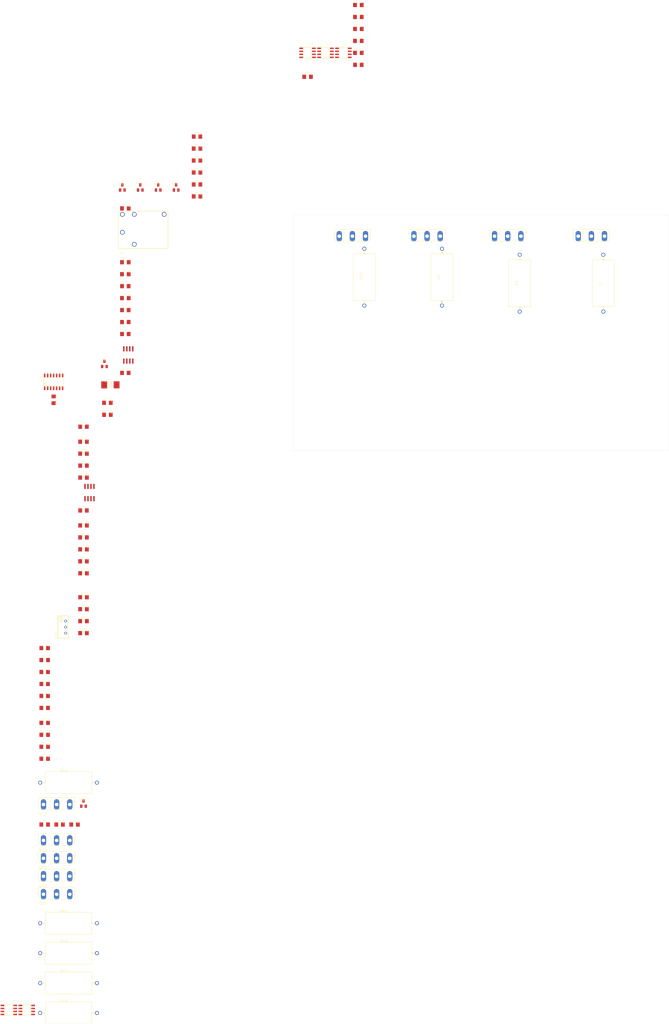
<source format=kicad_pcb>
(kicad_pcb (version 20221018) (generator pcbnew)
  (layers (0 "F.Cu" signal) (31 "B.Cu" signal) (34 "B.Paste" user) (35 "F.Paste" user) (36 "B.SilkS" user "B.Silkscreen") (37 "F.SilkS" user "F.Silkscreen") (38 "B.Mask" user) (39 "F.Mask" user) (44 "Edge.Cuts" user))
  (net 0 "")
  (net 1 "N$1")
  (net 2 "N$2")
  (net 3 "N$3")
  (net 4 "GND")
  (net 5 "N$4")
  (net 6 "N$7")
  (net 7 "N$8")
  (net 8 "N$9")
  (net 9 "N$10")
  (net 10 "N$11")
  (net 11 "N$12")
  (net 12 "N$13")
  (net 13 "N$14")
  (net 14 "N$15")
  (net 15 "N$16")
  (net 16 "N$17")
  (net 17 "+VLOAD")
  (net 18 "INPUT")
  (net 19 "N$20")
  (net 20 "ISET")
  (net 21 "+12V")
  (net 22 "N$21")
  (net 23 "N$22")
  (net 24 "N$24")
  (net 25 "N$26")
  (net 26 "N$5")
  (net 27 "ISENSE")
  (net 28 "N$6")
  (net 29 "-VLOAD")
  (net 30 "N$18")
  (net 31 "+5V")
  (net 32 "N$27")
  (net 33 "N$28")
  (net 34 "N$29")
  (net 35 "N$31")
  (net 36 "N$30")
  (net 37 "N$23")
  (net 38 "N$25")
  (net 39 "N$32")
  (net 40 "N$33")
  (net 41 "N$19")
  (net 42 "N$34")
  (net 43 "N$35")
  (net 44 "N$36")
  (net 45 "-5V")
  (net 46 "N$37")
  (net 47 "N$38")
  (net 48 "N$39")
  (net 49 "N$40")
  (net 50 "+VLOAD1")
  (net 51 "N$41")
  (net 52 "N$42")
  (net 53 "N$44")
  (net 54 "N$43")
  (net 55 "N$45")
  (net 56 "N$46")
  (net 57 "N$47")
  (net 58 "N$48")
  (net 59 "N$49")
  (net 60 "N$50")
  (footprint "DC Electronic Load:VTA53" (layer "F.Cu") (at -26.7489 368.3636)
    (fp_text reference "R46" (at -3.81 -5.08) (layer "F.SilkS") (effects (font (size 1.1557 1.1557) (thickness 0.1143)) (justify left)))
    (fp_text value "1R")
    (pad "1" thru_hole roundrect (at -12.065 0) (size 1.65 1.65) (drill 1.1) (layers "*.Cu" "*.Mask") (chamfer_ratio 0.2928932188) (chamfer top_left top_right bottom_left bottom_right))
    (pad "2" thru_hole roundrect (at 12.065 0) (size 1.65 1.65) (drill 1.1) (layers "*.Cu" "*.Mask") (chamfer_ratio 0.2928932188) (chamfer top_left top_right bottom_left bottom_right) (net 58 "N$48"))
  )
  (footprint "DC Electronic Load:R1206" (layer "F.Cu") (at -10.2389 139.7636)
    (fp_text reference "R21" (at -1.27 -1.27) (layer "F.SilkS") (effects (font (size 1.176528 1.176528) (thickness 0.093472)) (justify left)))
    (fp_text value "")
    (pad "1" smd rect (at -1.422 0) (size 1.6 1.803) (layers "F.Cu" "F.Paste" "F.Mask") (net 39 "N$32"))
    (pad "2" smd rect (at 1.422 0) (size 1.6 1.803) (layers "F.Cu" "F.Paste" "F.Mask") (net 24 "N$24"))
  )
  (footprint "DC Electronic Load:C1206" (layer "F.Cu") (at 27.8611 21.6536)
    (fp_text reference "C2" (at -1.27 -1.27) (layer "F.SilkS") (effects (font (size 1.176528 1.176528) (thickness 0.093472)) (justify left)))
    (fp_text value "")
    (pad "1" smd rect (at -1.4 0) (size 1.6 1.8) (layers "F.Cu" "F.Paste" "F.Mask") (net 6 "N$7"))
    (pad "2" smd rect (at 1.4 0) (size 1.6 1.8) (layers "F.Cu" "F.Paste" "F.Mask") (net 7 "N$8"))
  )
  (footprint "DC Electronic Load:R1206" (layer "F.Cu") (at -20.3989 156.2736)
    (fp_text reference "R23" (at -1.27 -1.27) (layer "F.SilkS") (effects (font (size 1.176528 1.176528) (thickness 0.093472)) (justify left)))
    (fp_text value "")
    (pad "1" smd rect (at -1.422 0) (size 1.6 1.803) (layers "F.Cu" "F.Paste" "F.Mask") (net 4 "GND"))
    (pad "2" smd rect (at 1.422 0) (size 1.6 1.803) (layers "F.Cu" "F.Paste" "F.Mask") (net 26 "N$5"))
  )
  (footprint "DC Electronic Load:SOT23" (layer "F.Cu") (at -20.3989 304.8636)
    (fp_text reference "Q11" (at -1.905 -1.905) (layer "F.SilkS") (effects (font (size 1.176528 1.176528) (thickness 0.093472)) (justify left)))
    (fp_text value "NPN")
    (pad "1" smd rect (at -0.95 1.1) (size 1 1.4) (layers "F.Cu" "F.Paste" "F.Mask") (net 47 "N$38"))
    (pad "2" smd rect (at 0.95 1.1) (size 1 1.4) (layers "F.Cu" "F.Paste" "F.Mask") (net 51 "N$41"))
    (pad "3" smd rect (at 0 -1.1) (size 1 1.4) (layers "F.Cu" "F.Paste" "F.Mask") (net 49 "N$40"))
  )
  (footprint "DC Electronic Load:R1206" (layer "F.Cu") (at -2.6189 90.2336)
    (fp_text reference "R19" (at -1.27 -1.27) (layer "F.SilkS") (effects (font (size 1.176528 1.176528) (thickness 0.093472)) (justify left)))
    (fp_text value "")
    (pad "1" smd rect (at -1.422 0) (size 1.6 1.803) (layers "F.Cu" "F.Paste" "F.Mask"))
    (pad "2" smd rect (at 1.422 0) (size 1.6 1.803) (layers "F.Cu" "F.Paste" "F.Mask") (net 29 "-VLOAD"))
  )
  (footprint "DC Electronic Load:R1206" (layer "F.Cu") (at 27.8611 36.8936)
    (fp_text reference "R13" (at -1.27 -1.27) (layer "F.SilkS") (effects (font (size 1.176528 1.176528) (thickness 0.093472)) (justify left)))
    (fp_text value "2K2")
    (pad "1" smd rect (at -1.422 0) (size 1.6 1.803) (layers "F.Cu" "F.Paste" "F.Mask") (net 14 "N$15"))
    (pad "2" smd rect (at 1.422 0) (size 1.6 1.803) (layers "F.Cu" "F.Paste" "F.Mask") (net 12 "N$13"))
  )
  (footprint "DC Electronic Load:TO247BV" (layer "F.Cu") (at -31.8289 332.8036)
    (fp_text reference "Q14" (at -7.62 6.858) (layer "F.SilkS") (effects (font (size 1.1557 1.1557) (thickness 0.1143)) (justify left)))
    (fp_text value "IRFP240")
    (pad "D" thru_hole oval (at 0 2.921 90) (size 4.4958 2.2479) (drill 1.4986) (layers "*.Cu" "*.Mask") (net 56 "N$46"))
    (pad "G" thru_hole oval (at -5.588 2.921 90) (size 4.4958 2.2479) (drill 1.4986) (layers "*.Cu" "*.Mask"))
    (pad "S" thru_hole oval (at 5.588 2.921 90) (size 4.4958 2.2479) (drill 1.4986) (layers "*.Cu" "*.Mask"))
  )
  (footprint "DC Electronic Load:R1206" (layer "F.Cu") (at -36.9089 280.7336)
    (fp_text reference "R40" (at -1.27 -1.27) (layer "F.SilkS") (effects (font (size 1.176528 1.176528) (thickness 0.093472)) (justify left)))
    (fp_text value "100R")
    (pad "1" smd rect (at -1.422 0) (size 1.6 1.803) (layers "F.Cu" "F.Paste" "F.Mask") (net 45 "-5V"))
    (pad "2" smd rect (at 1.422 0) (size 1.6 1.803) (layers "F.Cu" "F.Paste" "F.Mask") (net 42 "N$34"))
  )
  (footprint "DC Electronic Load:TO247BV" (layer "F.Cu") (at 125.6511 61.0236)
    (fp_text reference "Q3" (at -3.81 2.54 90) (layer "F.SilkS") (effects (font (size 1.17856 1.17856) (thickness 0.09144)) (justify left)))
    (fp_text value "IRFP240")
    (pad "D" thru_hole oval (at 0 2.921 90) (size 4.4958 2.2479) (drill 1.4986) (layers "*.Cu" "*.Mask") (net 17 "+VLOAD"))
    (pad "G" thru_hole oval (at -5.588 2.921 90) (size 4.4958 2.2479) (drill 1.4986) (layers "*.Cu" "*.Mask") (net 15 "N$16"))
    (pad "S" thru_hole oval (at 5.588 2.921 90) (size 4.4958 2.2479) (drill 1.4986) (layers "*.Cu" "*.Mask") (net 10 "N$11"))
  )
  (footprint "DC Electronic Load:TO247BV" (layer "F.Cu") (at -31.8289 325.1836)
    (fp_text reference "Q13" (at -7.62 6.858) (layer "F.SilkS") (effects (font (size 1.1557 1.1557) (thickness 0.1143)) (justify left)))
    (fp_text value "IRFP240")
    (pad "D" thru_hole oval (at 0 2.921 90) (size 4.4958 2.2479) (drill 1.4986) (layers "*.Cu" "*.Mask") (net 55 "N$45"))
    (pad "G" thru_hole oval (at -5.588 2.921 90) (size 4.4958 2.2479) (drill 1.4986) (layers "*.Cu" "*.Mask") (net 59 "N$49"))
    (pad "S" thru_hole oval (at 5.588 2.921 90) (size 4.4958 2.2479) (drill 1.4986) (layers "*.Cu" "*.Mask") (net 58 "N$48"))
  )
  (footprint "DC Electronic Load:C1206" (layer "F.Cu") (at -2.6189 100.3936)
    (fp_text reference "C5" (at -1.27 -1.27) (layer "F.SilkS") (effects (font (size 1.176528 1.176528) (thickness 0.093472)) (justify left)))
    (fp_text value "100n")
    (pad "1" smd rect (at -1.4 0) (size 1.6 1.8) (layers "F.Cu" "F.Paste" "F.Mask") (net 31 "+5V"))
    (pad "2" smd rect (at 1.4 0) (size 1.6 1.8) (layers "F.Cu" "F.Paste" "F.Mask") (net 4 "GND"))
  )
  (footprint "DC Electronic Load:C1206" (layer "F.Cu") (at -2.6189 105.4736)
    (fp_text reference "C6" (at -1.27 -1.27) (layer "F.SilkS") (effects (font (size 1.176528 1.176528) (thickness 0.093472)) (justify left)))
    (fp_text value "100n")
    (pad "1" smd rect (at -1.4 0) (size 1.6 1.8) (layers "F.Cu" "F.Paste" "F.Mask") (net 21 "+12V"))
    (pad "2" smd rect (at 1.4 0) (size 1.6 1.8) (layers "F.Cu" "F.Paste" "F.Mask") (net 4 "GND"))
  )
  (footprint "DC Electronic Load:TO247BV" (layer "F.Cu") (at -31.8289 340.4236)
    (fp_text reference "Q15" (at -7.62 6.858) (layer "F.SilkS") (effects (font (size 1.1557 1.1557) (thickness 0.1143)) (justify left)))
    (fp_text value "IRFP240")
    (pad "D" thru_hole oval (at 0 2.921 90) (size 4.4958 2.2479) (drill 1.4986) (layers "*.Cu" "*.Mask") (net 57 "N$47"))
    (pad "G" thru_hole oval (at -5.588 2.921 90) (size 4.4958 2.2479) (drill 1.4986) (layers "*.Cu" "*.Mask"))
    (pad "S" thru_hole oval (at 5.588 2.921 90) (size 4.4958 2.2479) (drill 1.4986) (layers "*.Cu" "*.Mask"))
  )
  (footprint "DC Electronic Load:R1206" (layer "F.Cu") (at 27.8611 26.7336)
    (fp_text reference "R11" (at -1.27 -1.27) (layer "F.SilkS") (effects (font (size 1.176528 1.176528) (thickness 0.093472)) (justify left)))
    (fp_text value "")
    (pad "1" smd rect (at -1.422 0) (size 1.6 1.803) (layers "F.Cu" "F.Paste" "F.Mask") (net 27 "ISENSE"))
    (pad "2" smd rect (at 1.422 0) (size 1.6 1.803) (layers "F.Cu" "F.Paste" "F.Mask") (net 6 "N$7"))
  )
  (footprint "DC Electronic Load:R1206" (layer "F.Cu") (at -33.0989 133.4136 -90)
    (fp_text reference "R31" (at -1.27 -1.27 90) (layer "F.SilkS") (effects (font (size 1.176528 1.176528) (thickness 0.093472)) (justify right)))
    (fp_text value "")
    (pad "1" smd rect (at -1.422 0 270) (size 1.6 1.803) (layers "F.Cu" "F.Paste" "F.Mask") (net 38 "N$25"))
    (pad "2" smd rect (at 1.422 0 270) (size 1.6 1.803) (layers "F.Cu" "F.Paste" "F.Mask") (net 31 "+5V"))
  )
  (footprint "DC Electronic Load:R1206" (layer "F.Cu") (at -20.3989 196.9136)
    (fp_text reference "R28" (at -1.27 -1.27) (layer "F.SilkS") (effects (font (size 1.176528 1.176528) (thickness 0.093472)) (justify left)))
    (fp_text value "10k")
    (pad "1" smd rect (at -1.422 0) (size 1.6 1.803) (layers "F.Cu" "F.Paste" "F.Mask") (net 27 "ISENSE"))
    (pad "2" smd rect (at 1.422 0) (size 1.6 1.803) (layers "F.Cu" "F.Paste" "F.Mask") (net 32 "N$27"))
  )
  (footprint "DC Electronic Load:SOT23" (layer "F.Cu") (at -3.8889 43.2436)
    (fp_text reference "Q8" (at -1.905 -1.905) (layer "F.SilkS") (effects (font (size 1.176528 1.176528) (thickness 0.093472)) (justify left)))
    (fp_text value "NPN")
    (pad "1" smd rect (at -0.95 1.1) (size 1 1.4) (layers "F.Cu" "F.Paste" "F.Mask") (net 11 "N$12"))
    (pad "2" smd rect (at 0.95 1.1) (size 1 1.4) (layers "F.Cu" "F.Paste" "F.Mask") (net 43 "N$35"))
    (pad "3" smd rect (at 0 -1.1) (size 1 1.4) (layers "F.Cu" "F.Paste" "F.Mask") (net 16 "N$17"))
  )
  (footprint "DC Electronic Load:R1206" (layer "F.Cu") (at -20.3989 186.7536)
    (fp_text reference "R26" (at -1.27 -1.27) (layer "F.SilkS") (effects (font (size 1.176528 1.176528) (thickness 0.093472)) (justify left)))
    (fp_text value "10k")
    (pad "1" smd rect (at -1.422 0) (size 1.6 1.803) (layers "F.Cu" "F.Paste" "F.Mask") (net 4 "GND"))
    (pad "2" smd rect (at 1.422 0) (size 1.6 1.803) (layers "F.Cu" "F.Paste" "F.Mask") (net 33 "N$28"))
  )
  (footprint "DC Electronic Load:R1206" (layer "F.Cu") (at -20.3989 222.3136)
    (fp_text reference "R33" (at -1.27 -1.27) (layer "F.SilkS") (effects (font (size 1.176528 1.176528) (thickness 0.093472)) (justify left)))
    (fp_text value "10k")
    (pad "1" smd rect (at -1.422 0) (size 1.6 1.803) (layers "F.Cu" "F.Paste" "F.Mask") (net 34 "N$29"))
    (pad "2" smd rect (at 1.422 0) (size 1.6 1.803) (layers "F.Cu" "F.Paste" "F.Mask") (net 36 "N$30"))
  )
  (footprint "DC Electronic Load:SOIC-8" (layer "F.Cu") (at 82.4711 -13.9064)
    (fp_text reference "U2" (at 0 -3.81) (layer "F.SilkS") (effects (font (size 1.176528 1.176528) (thickness 0.093472)) (justify left)))
    (fp_text value "AD8628")
    (pad "1" smd rect (at -2.712 -1.905) (size 1.525 0.65) (layers "F.Cu" "F.Paste" "F.Mask"))
    (pad "2" smd rect (at -2.712 -0.635) (size 1.525 0.65) (layers "F.Cu" "F.Paste" "F.Mask") (net 29 "-VLOAD"))
    (pad "3" smd rect (at -2.712 0.635) (size 1.525 0.65) (layers "F.Cu" "F.Paste" "F.Mask") (net 19 "N$20"))
    (pad "4" smd rect (at -2.712 1.905) (size 1.525 0.65) (layers "F.Cu" "F.Paste" "F.Mask") (net 4 "GND"))
    (pad "5" smd rect (at 2.712 1.905) (size 1.525 0.65) (layers "F.Cu" "F.Paste" "F.Mask"))
    (pad "6" smd rect (at 2.712 0.635) (size 1.525 0.65) (layers "F.Cu" "F.Paste" "F.Mask") (net 29 "-VLOAD"))
    (pad "7" smd rect (at 2.712 -0.635) (size 1.525 0.65) (layers "F.Cu" "F.Paste" "F.Mask") (net 31 "+5V"))
    (pad "8" smd rect (at 2.712 -1.905) (size 1.525 0.65) (layers "F.Cu" "F.Paste" "F.Mask"))
  )
  (footprint "DC Electronic Load:R1206" (layer "F.Cu") (at -2.6189 52.1336)
    (fp_text reference "R16" (at -1.27 -1.27) (layer "F.SilkS") (effects (font (size 1.176528 1.176528) (thickness 0.093472)) (justify left)))
    (fp_text value "")
    (pad "1" smd rect (at -1.422 0) (size 1.6 1.803) (layers "F.Cu" "F.Paste" "F.Mask") (net 7 "N$8"))
    (pad "2" smd rect (at 1.422 0) (size 1.6 1.803) (layers "F.Cu" "F.Paste" "F.Mask") (net 12 "N$13"))
  )
  (footprint "DC Electronic Load:R1206" (layer "F.Cu") (at 27.8611 41.9736)
    (fp_text reference "R14" (at -1.27 -1.27) (layer "F.SilkS") (effects (font (size 1.176528 1.176528) (thickness 0.093472)) (justify left)))
    (fp_text value "2K2")
    (pad "1" smd rect (at -1.422 0) (size 1.6 1.803) (layers "F.Cu" "F.Paste" "F.Mask") (net 15 "N$16"))
    (pad "2" smd rect (at 1.422 0) (size 1.6 1.803) (layers "F.Cu" "F.Paste" "F.Mask") (net 12 "N$13"))
  )
  (footprint "DC Electronic Load:VTA53" (layer "F.Cu") (at 132.0011 81.3436 90)
    (fp_text reference "R9" (at -1.27 -1.27 90) (layer "F.SilkS") (effects (font (size 1.17856 1.17856) (thickness 0.09144)) (justify left)))
    (fp_text value "1R")
    (pad "1" thru_hole roundrect (at -12.065 0 90) (size 1.65 1.65) (drill 1.1) (layers "*.Cu" "*.Mask") (chamfer_ratio 0.2928932188) (chamfer top_left top_right bottom_left bottom_right) (net 5 "N$4"))
    (pad "2" thru_hole roundrect (at 12.065 0 90) (size 1.65 1.65) (drill 1.1) (layers "*.Cu" "*.Mask") (chamfer_ratio 0.2928932188) (chamfer top_left top_right bottom_left bottom_right) (net 10 "N$11"))
  )
  (footprint "DC Electronic Load:C1206" (layer "F.Cu") (at -2.6189 85.1536)
    (fp_text reference "C3" (at -1.27 -1.27) (layer "F.SilkS") (effects (font (size 1.176528 1.176528) (thickness 0.093472)) (justify left)))
    (fp_text value "")
    (pad "1" smd rect (at -1.4 0) (size 1.6 1.8) (layers "F.Cu" "F.Paste" "F.Mask") (net 29 "-VLOAD"))
    (pad "2" smd rect (at 1.4 0) (size 1.6 1.8) (layers "F.Cu" "F.Paste" "F.Mask") (net 4 "GND"))
  )
  (footprint "DC Electronic Load:TO247BV" (layer "F.Cu") (at -31.8289 317.5636)
    (fp_text reference "Q12" (at -7.62 6.858) (layer "F.SilkS") (effects (font (size 1.1557 1.1557) (thickness 0.1143)) (justify left)))
    (fp_text value "IRFP240")
    (pad "D" thru_hole oval (at 0 2.921 90) (size 4.4958 2.2479) (drill 1.4986) (layers "*.Cu" "*.Mask") (net 54 "N$43"))
    (pad "G" thru_hole oval (at -5.588 2.921 90) (size 4.4958 2.2479) (drill 1.4986) (layers "*.Cu" "*.Mask") (net 52 "N$42"))
    (pad "S" thru_hole oval (at 5.588 2.921 90) (size 4.4958 2.2479) (drill 1.4986) (layers "*.Cu" "*.Mask") (net 53 "N$44"))
  )
  (footprint "DC Electronic Load:RTRIM64W" (layer "F.Cu") (at -29.2889 229.9336)
    (fp_text reference "R36" (at -2.62 4.95 90) (layer "F.SilkS") (effects (font (size 1.176528 1.176528) (thickness 0.093472)) (justify left)))
    (fp_text value "")
    (pad "1" thru_hole circle (at 1.27 2.54) (size 1.1176 1.1176) (drill 0.6096) (layers "*.Cu" "*.Mask") (net 4 "GND"))
    (pad "2" thru_hole circle (at 1.27 0) (size 1.1176 1.1176) (drill 0.6096) (layers "*.Cu" "*.Mask") (net 4 "GND"))
    (pad "3" thru_hole circle (at 1.27 -2.54) (size 1.1176 1.1176) (drill 0.6096) (layers "*.Cu" "*.Mask") (net 35 "N$31"))
  )
  (footprint "DC Electronic Load:VTA53" (layer "F.Cu") (at 200.5811 83.8836 90)
    (fp_text reference "R7" (at -1.27 -1.27 90) (layer "F.SilkS") (effects (font (size 1.17856 1.17856) (thickness 0.09144)) (justify left)))
    (fp_text value "1R")
    (pad "1" thru_hole roundrect (at -12.065 0 90) (size 1.65 1.65) (drill 1.1) (layers "*.Cu" "*.Mask") (chamfer_ratio 0.2928932188) (chamfer top_left top_right bottom_left bottom_right) (net 5 "N$4"))
    (pad "2" thru_hole roundrect (at 12.065 0 90) (size 1.65 1.65) (drill 1.1) (layers "*.Cu" "*.Mask") (chamfer_ratio 0.2928932188) (chamfer top_left top_right bottom_left bottom_right) (net 8 "N$9"))
  )
  (footprint "DC Electronic Load:C1206" (layer "F.Cu") (at -36.9089 238.8236)
    (fp_text reference "C10" (at -1.27 -1.27) (layer "F.SilkS") (effects (font (size 1.176528 1.176528) (thickness 0.093472)) (justify left)))
    (fp_text value "")
    (pad "1" smd rect (at -1.4 0) (size 1.6 1.8) (layers "F.Cu" "F.Paste" "F.Mask") (net 40 "N$33"))
    (pad "2" smd rect (at 1.4 0) (size 1.6 1.8) (layers "F.Cu" "F.Paste" "F.Mask") (net 5 "N$4"))
  )
  (footprint "DC Electronic Load:SOIC−14" (layer "F.Cu") (at -33.0989 125.7936 90)
    (fp_text reference "U4" (at 0 -5.715 90) (layer "F.SilkS") (effects (font (size 1.176528 1.176528) (thickness 0.093472)) (justify left)))
    (fp_text value "SN74AHC08")
    (pad "1" smd rect (at -2.725 -3.81 90) (size 1.55 0.65) (layers "F.Cu" "F.Paste" "F.Mask") (net 25 "N$26"))
    (pad "2" smd rect (at -2.725 -2.54 90) (size 1.55 0.65) (layers "F.Cu" "F.Paste" "F.Mask") (net 30 "N$18"))
    (pad "3" smd rect (at -2.725 -1.27 90) (size 1.55 0.65) (layers "F.Cu" "F.Paste" "F.Mask") (net 37 "N$23"))
    (pad "4" smd rect (at -2.725 0 90) (size 1.55 0.65) (layers "F.Cu" "F.Paste" "F.Mask") (net 37 "N$23"))
    (pad "5" smd rect (at -2.725 1.27 90) (size 1.55 0.65) (layers "F.Cu" "F.Paste" "F.Mask") (net 38 "N$25"))
    (pad "6" smd rect (at -2.725 2.54 90) (size 1.55 0.65) (layers "F.Cu" "F.Paste" "F.Mask") (net 39 "N$32"))
    (pad "7" smd rect (at -2.725 3.81 90) (size 1.55 0.65) (layers "F.Cu" "F.Paste" "F.Mask") (net 4 "GND"))
    (pad "8" smd rect (at 2.725 3.81 90) (size 1.55 0.65) (layers "F.Cu" "F.Paste" "F.Mask"))
    (pad "9" smd rect (at 2.725 2.54 90) (size 1.55 0.65) (layers "F.Cu" "F.Paste" "F.Mask"))
    (pad "10" smd rect (at 2.725 1.27 90) (size 1.55 0.65) (layers "F.Cu" "F.Paste" "F.Mask"))
    (pad "11" smd rect (at 2.725 0 90) (size 1.55 0.65) (layers "F.Cu" "F.Paste" "F.Mask"))
    (pad "12" smd rect (at 2.725 -1.27 90) (size 1.55 0.65) (layers "F.Cu" "F.Paste" "F.Mask"))
    (pad "13" smd rect (at 2.725 -2.54 90) (size 1.55 0.65) (layers "F.Cu" "F.Paste" "F.Mask"))
    (pad "14" smd rect (at 2.725 -3.81 90) (size 1.55 0.65) (layers "F.Cu" "F.Paste" "F.Mask") (net 31 "+5V"))
  )
  (footprint "DC Electronic Load:SOT23" (layer "F.Cu") (at -11.5089 118.1736)
    (fp_text reference "Q9" (at -1.905 -1.905) (layer "F.SilkS") (effects (font (size 1.176528 1.176528) (thickness 0.093472)) (justify left)))
    (fp_text value "NPN")
    (pad "1" smd rect (at -0.95 1.1) (size 1 1.4) (layers "F.Cu" "F.Paste" "F.Mask") (net 24 "N$24"))
    (pad "2" smd rect (at 0.95 1.1) (size 1 1.4) (layers "F.Cu" "F.Paste" "F.Mask") (net 4 "GND"))
    (pad "3" smd rect (at 0 -1.1) (size 1 1.4) (layers "F.Cu" "F.Paste" "F.Mask") (net 23 "N$22"))
  )
  (footprint "DC Electronic Load:R1206" (layer "F.Cu") (at 96.4411 -24.0664)
    (fp_text reference "R3" (at -1.27 -1.27) (layer "F.SilkS") (effects (font (size 1.176528 1.176528) (thickness 0.093472)) (justify left)))
    (fp_text value "")
    (pad "1" smd rect (at -1.422 0) (size 1.6 1.803) (layers "F.Cu" "F.Paste" "F.Mask") (net 3 "N$3"))
    (pad "2" smd rect (at 1.422 0) (size 1.6 1.803) (layers "F.Cu" "F.Paste" "F.Mask") (net 4 "GND"))
  )
  (footprint "DC Electronic Load:C1206" (layer "F.Cu") (at -2.6189 95.3136)
    (fp_text reference "C4" (at -1.27 -1.27) (layer "F.SilkS") (effects (font (size 1.176528 1.176528) (thickness 0.093472)) (justify left)))
    (fp_text value "100n")
    (pad "1" smd rect (at -1.4 0) (size 1.6 1.8) (layers "F.Cu" "F.Paste" "F.Mask") (net 31 "+5V"))
    (pad "2" smd rect (at 1.4 0) (size 1.6 1.8) (layers "F.Cu" "F.Paste" "F.Mask") (net 4 "GND"))
  )
  (footprint "DC Electronic Load:TO247BV" (layer "F.Cu") (at 93.9011 61.0236)
    (fp_text reference "Q4" (at -3.81 2.54 90) (layer "F.SilkS") (effects (font (size 1.17856 1.17856) (thickness 0.09144)) (justify left)))
    (fp_text value "IRFP240")
    (pad "D" thru_hole oval (at 0 2.921 90) (size 4.4958 2.2479) (drill 1.4986) (layers "*.Cu" "*.Mask") (net 17 "+VLOAD"))
    (pad "G" thru_hole oval (at -5.588 2.921 90) (size 4.4958 2.2479) (drill 1.4986) (layers "*.Cu" "*.Mask") (net 16 "N$17"))
    (pad "S" thru_hole oval (at 5.588 2.921 90) (size 4.4958 2.2479) (drill 1.4986) (layers "*.Cu" "*.Mask") (net 11 "N$12"))
  )
  (footprint "DC Electronic Load:R1206" (layer "F.Cu") (at -20.3989 166.4336)
    (fp_text reference "R25" (at -1.27 -1.27) (layer "F.SilkS") (effects (font (size 1.176528 1.176528) (thickness 0.093472)) (justify left)))
    (fp_text value "")
    (pad "1" smd rect (at -1.422 0) (size 1.6 1.803) (layers "F.Cu" "F.Paste" "F.Mask") (net 4 "GND"))
    (pad "2" smd rect (at 1.422 0) (size 1.6 1.803) (layers "F.Cu" "F.Paste" "F.Mask") (net 28 "N$6"))
  )
  (footprint "DC Electronic Load:R1206" (layer "F.Cu") (at 74.8511 -3.7464)
    (fp_text reference "R6" (at -1.27 -1.27) (layer "F.SilkS") (effects (font (size 1.176528 1.176528) (thickness 0.093472)) (justify left)))
    (fp_text value "")
    (pad "1" smd rect (at -1.422 0) (size 1.6 1.803) (layers "F.Cu" "F.Paste" "F.Mask") (net 4 "GND"))
    (pad "2" smd rect (at 1.422 0) (size 1.6 1.803) (layers "F.Cu" "F.Paste" "F.Mask") (net 5 "N$4"))
  )
  (footprint "DC Electronic Load:R1206" (layer "F.Cu") (at 96.4411 -18.9864)
    (fp_text reference "R4" (at -1.27 -1.27) (layer "F.SilkS") (effects (font (size 1.176528 1.176528) (thickness 0.093472)) (justify left)))
    (fp_text value "")
    (pad "1" smd rect (at -1.422 0) (size 1.6 1.803) (layers "F.Cu" "F.Paste" "F.Mask") (net 5 "N$4"))
    (pad "2" smd rect (at 1.422 0) (size 1.6 1.803) (layers "F.Cu" "F.Paste" "F.Mask") (net 3 "N$3"))
  )
  (footprint "DC Electronic Load:C1206" (layer "F.Cu") (at -2.6189 121.9836)
    (fp_text reference "C7" (at -1.27 -1.27) (layer "F.SilkS") (effects (font (size 1.176528 1.176528) (thickness 0.093472)) (justify left)))
    (fp_text value "1oon")
    (pad "1" smd rect (at -1.4 0) (size 1.6 1.8) (layers "F.Cu" "F.Paste" "F.Mask") (net 31 "+5V"))
    (pad "2" smd rect (at 1.4 0) (size 1.6 1.8) (layers "F.Cu" "F.Paste" "F.Mask") (net 4 "GND"))
  )
  (footprint "DC Electronic Load:VTA53" (layer "F.Cu") (at -26.7489 355.6636)
    (fp_text reference "R45" (at -3.81 -5.08) (layer "F.SilkS") (effects (font (size 1.1557 1.1557) (thickness 0.1143)) (justify left)))
    (fp_text value "1R")
    (pad "1" thru_hole roundrect (at -12.065 0) (size 1.65 1.65) (drill 1.1) (layers "*.Cu" "*.Mask") (chamfer_ratio 0.2928932188) (chamfer top_left top_right bottom_left bottom_right))
    (pad "2" thru_hole roundrect (at 12.065 0) (size 1.65 1.65) (drill 1.1) (layers "*.Cu" "*.Mask") (chamfer_ratio 0.2928932188) (chamfer top_left top_right bottom_left bottom_right) (net 53 "N$44"))
  )
  (footprint "DC Electronic Load:R1206" (layer "F.Cu") (at 96.4411 -13.9064)
    (fp_text reference "R5" (at -1.27 -1.27) (layer "F.SilkS") (effects (font (size 1.176528 1.176528) (thickness 0.093472)) (justify left)))
    (fp_text value "")
    (pad "1" smd rect (at -1.422 0) (size 1.6 1.803) (layers "F.Cu" "F.Paste" "F.Mask") (net 1 "N$1"))
    (pad "2" smd rect (at 1.422 0) (size 1.6 1.803) (layers "F.Cu" "F.Paste" "F.Mask") (net 27 "ISENSE"))
  )
  (footprint "DC Electronic Load:SOIC-8" (layer "F.Cu") (at -52.1489 392.4936)
    (fp_text reference "U6" (at 0 -3.81) (layer "F.SilkS") (effects (font (size 1.176528 1.176528) (thickness 0.093472)) (justify left)))
    (fp_text value "OPA196")
    (pad "1" smd rect (at -2.712 -1.905) (size 1.525 0.65) (layers "F.Cu" "F.Paste" "F.Mask"))
    (pad "2" smd rect (at -2.712 -0.635) (size 1.525 0.65) (layers "F.Cu" "F.Paste" "F.Mask") (net 58 "N$48"))
    (pad "3" smd rect (at -2.712 0.635) (size 1.525 0.65) (layers "F.Cu" "F.Paste" "F.Mask") (net 60 "N$50"))
    (pad "4" smd rect (at -2.712 1.905) (size 1.525 0.65) (layers "F.Cu" "F.Paste" "F.Mask"))
    (pad "5" smd rect (at 2.712 1.905) (size 1.525 0.65) (layers "F.Cu" "F.Paste" "F.Mask"))
    (pad "6" smd rect (at 2.712 0.635) (size 1.525 0.65) (layers "F.Cu" "F.Paste" "F.Mask") (net 59 "N$49"))
    (pad "7" smd rect (at 2.712 -0.635) (size 1.525 0.65) (layers "F.Cu" "F.Paste" "F.Mask"))
    (pad "8" smd rect (at 2.712 -1.905) (size 1.525 0.65) (layers "F.Cu" "F.Paste" "F.Mask"))
  )
  (footprint "DC Electronic Load:MELF-MLL41" (layer "F.Cu") (at -8.9689 127.0636)
    (fp_text reference "D3" (at -2.663 -1.724) (layer "F.SilkS") (effects (font (size 1.176528 1.176528) (thickness 0.093472)) (justify left)))
    (fp_text value "1N4001")
    (pad "A" smd rect (at 2.625 0) (size 2.5 3) (layers "F.Cu" "F.Paste" "F.Mask") (net 22 "N$21"))
    (pad "C" smd rect (at -2.625 0) (size 2.5 3) (layers "F.Cu" "F.Paste" "F.Mask") (net 21 "+12V"))
  )
  (footprint "DC Electronic Load:VTA53" (layer "F.Cu") (at -26.7489 393.7636)
    (fp_text reference "R48" (at -3.81 -5.08) (layer "F.SilkS") (effects (font (size 1.1557 1.1557) (thickness 0.1143)) (justify left)))
    (fp_text value "1R")
    (pad "1" thru_hole roundrect (at -12.065 0) (size 1.65 1.65) (drill 1.1) (layers "*.Cu" "*.Mask") (chamfer_ratio 0.2928932188) (chamfer top_left top_right bottom_left bottom_right))
    (pad "2" thru_hole roundrect (at 12.065 0) (size 1.65 1.65) (drill 1.1) (layers "*.Cu" "*.Mask") (chamfer_ratio 0.2928932188) (chamfer top_left top_right bottom_left bottom_right))
  )
  (footprint "DC Electronic Load:C1206" (layer "F.Cu") (at -36.9089 259.1436)
    (fp_text reference "C13" (at -1.27 -1.27) (layer "F.SilkS") (effects (font (size 1.176528 1.176528) (thickness 0.093472)) (justify left)))
    (fp_text value "10nF")
    (pad "1" smd rect (at -1.4 0) (size 1.6 1.8) (layers "F.Cu" "F.Paste" "F.Mask") (net 12 "N$13"))
    (pad "2" smd rect (at 1.4 0) (size 1.6 1.8) (layers "F.Cu" "F.Paste" "F.Mask") (net 15 "N$16"))
  )
  (footprint "DC Electronic Load:C1206" (layer "F.Cu") (at -30.5589 313.7536)
    (fp_text reference "C15" (at -1.27 -1.27) (layer "F.SilkS") (effects (font (size 1.176528 1.176528) (thickness 0.093472)) (justify left)))
    (fp_text value "10nF")
    (pad "1" smd rect (at -1.4 0) (size 1.6 1.8) (layers "F.Cu" "F.Paste" "F.Mask") (net 48 "N$39"))
    (pad "2" smd rect (at 1.4 0) (size 1.6 1.8) (layers "F.Cu" "F.Paste" "F.Mask") (net 49 "N$40"))
  )
  (footprint "DC Electronic Load:R1206" (layer "F.Cu") (at -20.3989 151.1936)
    (fp_text reference "R22" (at -1.27 -1.27) (layer "F.SilkS") (effects (font (size 1.176528 1.176528) (thickness 0.093472)) (justify left)))
    (fp_text value "")
    (pad "1" smd rect (at -1.422 0) (size 1.6 1.803) (layers "F.Cu" "F.Paste" "F.Mask") (net 26 "N$5"))
    (pad "2" smd rect (at 1.422 0) (size 1.6 1.803) (layers "F.Cu" "F.Paste" "F.Mask") (net 29 "-VLOAD"))
  )
  (footprint "DC Electronic Load:R1206" (layer "F.Cu") (at -20.3989 217.2336)
    (fp_text reference "R32" (at -1.27 -1.27) (layer "F.SilkS") (effects (font (size 1.176528 1.176528) (thickness 0.093472)) (justify left)))
    (fp_text value "3k")
    (pad "1" smd rect (at -1.422 0) (size 1.6 1.803) (layers "F.Cu" "F.Paste" "F.Mask") (net 30 "N$18"))
    (pad "2" smd rect (at 1.422 0) (size 1.6 1.803) (layers "F.Cu" "F.Paste" "F.Mask") (net 31 "+5V"))
  )
  (footprint "DC Electronic Load:R1206" (layer "F.Cu") (at 96.4411 -34.2264)
    (fp_text reference "R1" (at -1.27 -1.27) (layer "F.SilkS") (effects (font (size 1.176528 1.176528) (thickness 0.093472)) (justify left)))
    (fp_text value "")
    (pad "1" smd rect (at -1.422 0) (size 1.6 1.803) (layers "F.Cu" "F.Paste" "F.Mask") (net 4 "GND"))
    (pad "2" smd rect (at 1.422 0) (size 1.6 1.803) (layers "F.Cu" "F.Paste" "F.Mask") (net 2 "N$2"))
  )
  (footprint "DC Electronic Load:SOT23" (layer "F.Cu") (at 11.3511 43.2436)
    (fp_text reference "Q6" (at -1.905 -1.905) (layer "F.SilkS") (effects (font (size 1.176528 1.176528) (thickness 0.093472)) (justify left)))
    (fp_text value "NPN")
    (pad "1" smd rect (at -0.95 1.1) (size 1 1.4) (layers "F.Cu" "F.Paste" "F.Mask") (net 9 "N$10"))
    (pad "2" smd rect (at 0.95 1.1) (size 1 1.4) (layers "F.Cu" "F.Paste" "F.Mask") (net 41 "N$19"))
    (pad "3" smd rect (at 0 -1.1) (size 1 1.4) (layers "F.Cu" "F.Paste" "F.Mask") (net 14 "N$15"))
  )
  (footprint "DC Electronic Load:R1206" (layer "F.Cu") (at -24.2089 313.7536)
    (fp_text reference "R43" (at -1.27 -1.27) (layer "F.SilkS") (effects (font (size 1.176528 1.176528) (thickness 0.093472)) (justify left)))
    (fp_text value "2K2")
    (pad "1" smd rect (at -1.422 0) (size 1.6 1.803) (layers "F.Cu" "F.Paste" "F.Mask") (net 49 "N$40"))
    (pad "2" smd rect (at 1.422 0) (size 1.6 1.803) (layers "F.Cu" "F.Paste" "F.Mask") (net 48 "N$39"))
  )
  (footprint "DC Electronic Load:VTA53" (layer "F.Cu") (at 98.9811 81.3436 90)
    (fp_text reference "R10" (at -1.27 -1.27 90) (layer "F.SilkS") (effects (font (size 1.17856 1.17856) (thickness 0.09144)) (justify left)))
    (fp_text value "1R")
    (pad "1" thru_hole roundrect (at -12.065 0 90) (size 1.65 1.65) (drill 1.1) (layers "*.Cu" "*.Mask") (chamfer_ratio 0.2928932188) (chamfer top_left top_right bottom_left bottom_right) (net 5 "N$4"))
    (pad "2" thru_hole roundrect (at 12.065 0 90) (size 1.65 1.65) (drill 1.1) (layers "*.Cu" "*.Mask") (chamfer_ratio 0.2928932188) (chamfer top_left top_right bottom_left bottom_right) (net 11 "N$12"))
  )
  (footprint "DC Electronic Load:R1206" (layer "F.Cu") (at -20.3989 161.3536)
    (fp_text reference "R24" (at -1.27 -1.27) (layer "F.SilkS") (effects (font (size 1.176528 1.176528) (thickness 0.093472)) (justify left)))
    (fp_text value "")
    (pad "1" smd rect (at -1.422 0) (size 1.6 1.803) (layers "F.Cu" "F.Paste" "F.Mask") (net 28 "N$6"))
    (pad "2" smd rect (at 1.422 0) (size 1.6 1.803) (layers "F.Cu" "F.Paste" "F.Mask") (net 17 "+VLOAD"))
  )
  (footprint "DC Electronic Load:VTA53" (layer "F.Cu") (at -26.7489 381.0636)
    (fp_text reference "R47" (at -3.81 -5.08) (layer "F.SilkS") (effects (font (size 1.1557 1.1557) (thickness 0.1143)) (justify left)))
    (fp_text value "1R")
    (pad "1" thru_hole roundrect (at -12.065 0) (size 1.65 1.65) (drill 1.1) (layers "*.Cu" "*.Mask") (chamfer_ratio 0.2928932188) (chamfer top_left top_right bottom_left bottom_right))
    (pad "2" thru_hole roundrect (at 12.065 0) (size 1.65 1.65) (drill 1.1) (layers "*.Cu" "*.Mask") (chamfer_ratio 0.2928932188) (chamfer top_left top_right bottom_left bottom_right))
  )
  (footprint "DC Electronic Load:SO08" (layer "F.Cu") (at -17.8589 172.7836)
    (fp_text reference "IC2" (at -2.667 1.905 90) (layer "F.SilkS") (effects (font (size 1.176528 1.176528) (thickness 0.093472)) (justify left)))
    (fp_text value "TL072D")
    (pad "1" smd rect (at -1.905 2.6) (size 0.6 2.2) (layers "F.Cu" "F.Paste" "F.Mask") (net 34 "N$29"))
    (pad "2" smd rect (at -0.635 2.6) (size 0.6 2.2) (layers "F.Cu" "F.Paste" "F.Mask") (net 33 "N$28"))
    (pad "3" smd rect (at 0.635 2.6) (size 0.6 2.2) (layers "F.Cu" "F.Paste" "F.Mask") (net 32 "N$27"))
    (pad "4" smd rect (at 1.905 2.6) (size 0.6 2.2) (layers "F.Cu" "F.Paste" "F.Mask") (net 4 "GND"))
    (pad "5" smd rect (at 1.905 -2.6) (size 0.6 2.2) (layers "F.Cu" "F.Paste" "F.Mask"))
    (pad "6" smd rect (at 0.635 -2.6) (size 0.6 2.2) (layers "F.Cu" "F.Paste" "F.Mask"))
    (pad "7" smd rect (at -0.635 -2.6) (size 0.6 2.2) (layers "F.Cu" "F.Paste" "F.Mask"))
    (pad "8" smd rect (at -1.905 -2.6) (size 0.6 2.2) (layers "F.Cu" "F.Paste" "F.Mask") (net 31 "+5V"))
  )
  (footprint "DC Electronic Load:R1206" (layer "F.Cu") (at -2.6189 80.0736)
    (fp_text reference "R18" (at -1.27 -1.27) (layer "F.SilkS") (effects (font (size 1.176528 1.176528) (thickness 0.093472)) (justify left)))
    (fp_text value "")
    (pad "1" smd rect (at -1.422 0) (size 1.6 1.803) (layers "F.Cu" "F.Paste" "F.Mask") (net 19 "N$20"))
    (pad "2" smd rect (at 1.422 0) (size 1.6 1.803) (layers "F.Cu" "F.Paste" "F.Mask") (net 17 "+VLOAD"))
  )
  (footprint "DC Electronic Load:SOIC-8" (layer "F.Cu") (at 90.0911 -13.9064)
    (fp_text reference "U1" (at 0 -3.81) (layer "F.SilkS") (effects (font (size 1.176528 1.176528) (thickness 0.093472)) (justify left)))
    (fp_text value "AD8628")
    (pad "1" smd rect (at -2.712 -1.905) (size 1.525 0.65) (layers "F.Cu" "F.Paste" "F.Mask"))
    (pad "2" smd rect (at -2.712 -0.635) (size 1.525 0.65) (layers "F.Cu" "F.Paste" "F.Mask") (net 2 "N$2"))
    (pad "3" smd rect (at -2.712 0.635) (size 1.525 0.65) (layers "F.Cu" "F.Paste" "F.Mask") (net 3 "N$3"))
    (pad "4" smd rect (at -2.712 1.905) (size 1.525 0.65) (layers "F.Cu" "F.Paste" "F.Mask") (net 4 "GND"))
    (pad "5" smd rect (at 2.712 1.905) (size 1.525 0.65) (layers "F.Cu" "F.Paste" "F.Mask"))
    (pad "6" smd rect (at 2.712 0.635) (size 1.525 0.65) (layers "F.Cu" "F.Paste" "F.Mask") (net 1 "N$1"))
    (pad "7" smd rect (at 2.712 -0.635) (size 1.525 0.65) (layers "F.Cu" "F.Paste" "F.Mask") (net 31 "+5V"))
    (pad "8" smd rect (at 2.712 -1.905) (size 1.525 0.65) (layers "F.Cu" "F.Paste" "F.Mask"))
  )
  (footprint "DC Electronic Load:AZ8" (layer "F.Cu") (at 5.0011 61.0236)
    (fp_text reference "K1" (at -10.16 10.16) (layer "F.SilkS") (effects (font (size 1.176528 1.176528) (thickness 0.093472)) (justify left)))
    (fp_text value "AZ8-FORM-C")
    (pad "1" thru_hole circle (at 8.89 -6.35 180) (size 2 2) (drill 1.4) (layers "*.Cu" "*.Mask") (net 4 "GND"))
    (pad "2" thru_hole circle (at -3.81 -6.35 180) (size 2 2) (drill 1.4) (layers "*.Cu" "*.Mask") (net 21 "+12V"))
    (pad "3" thru_hole circle (at -8.89 1.27 180) (size 2 2) (drill 1.4) (layers "*.Cu" "*.Mask") (net 29 "-VLOAD"))
    (pad "4" thru_hole circle (at -3.81 6.35 180) (size 2 2) (drill 1.4) (layers "*.Cu" "*.Mask") (net 18 "INPUT"))
    (pad "5" thru_hole circle (at -8.89 -6.35 180) (size 2 2) (drill 1.4) (layers "*.Cu" "*.Mask") (net 22 "N$21"))
  )
  (footprint "DC Electronic Load:R1206" (layer "F.Cu") (at -20.3989 227.3936)
    (fp_text reference "R34" (at -1.27 -1.27) (layer "F.SilkS") (effects (font (size 1.176528 1.176528) (thickness 0.093472)) (justify left)))
    (fp_text value "1M")
    (pad "1" smd rect (at -1.422 0) (size 1.6 1.803) (layers "F.Cu" "F.Paste" "F.Mask") (net 36 "N$30"))
    (pad "2" smd rect (at 1.422 0) (size 1.6 1.803) (layers "F.Cu" "F.Paste" "F.Mask") (net 25 "N$26"))
  )
  (footprint "DC Electronic Load:SOIC-8" (layer "F.Cu") (at -44.5289 392.4936)
    (fp_text reference "U5" (at 0 -3.81) (layer "F.SilkS") (effects (font (size 1.176528 1.176528) (thickness 0.093472)) (justify left)))
    (fp_text value "OPA196")
    (pad "1" smd rect (at -2.712 -1.905) (size 1.525 0.65) (layers "F.Cu" "F.Paste" "F.Mask"))
    (pad "2" smd rect (at -2.712 -0.635) (size 1.525 0.65) (layers "F.Cu" "F.Paste" "F.Mask") (net 53 "N$44"))
    (pad "3" smd rect (at -2.712 0.635) (size 1.525 0.65) (layers "F.Cu" "F.Paste" "F.Mask") (net 60 "N$50"))
    (pad "4" smd rect (at -2.712 1.905) (size 1.525 0.65) (layers "F.Cu" "F.Paste" "F.Mask"))
    (pad "5" smd rect (at 2.712 1.905) (size 1.525 0.65) (layers "F.Cu" "F.Paste" "F.Mask"))
    (pad "6" smd rect (at 2.712 0.635) (size 1.525 0.65) (layers "F.Cu" "F.Paste" "F.Mask") (net 52 "N$42"))
    (pad "7" smd rect (at 2.712 -0.635) (size 1.525 0.65) (layers "F.Cu" "F.Paste" "F.Mask"))
    (pad "8" smd rect (at 2.712 -1.905) (size 1.525 0.65) (layers "F.Cu" "F.Paste" "F.Mask"))
  )
  (footprint "DC Electronic Load:R1206" (layer "F.Cu") (at -36.9089 313.7536)
    (fp_text reference "R44" (at -1.27 -1.27) (layer "F.SilkS") (effects (font (size 1.176528 1.176528) (thickness 0.093472)) (justify left)))
    (fp_text value "100R")
    (pad "1" smd rect (at -1.422 0) (size 1.6 1.803) (layers "F.Cu" "F.Paste" "F.Mask") (net 45 "-5V"))
    (pad "2" smd rect (at 1.422 0) (size 1.6 1.803) (layers "F.Cu" "F.Paste" "F.Mask") (net 51 "N$41"))
  )
  (footprint "DC Electronic Load:R1206" (layer "F.Cu") (at -20.3989 232.4736)
    (fp_text reference "R35" (at -1.27 -1.27) (layer "F.SilkS") (effects (font (size 1.176528 1.176528) (thickness 0.093472)) (justify left)))
    (fp_text value "3k")
    (pad "1" smd rect (at -1.422 0) (size 1.6 1.803) (layers "F.Cu" "F.Paste" "F.Mask") (net 31 "+5V"))
    (pad "2" smd rect (at 1.422 0) (size 1.6 1.803) (layers "F.Cu" "F.Paste" "F.Mask") (net 25 "N$26"))
  )
  (footprint "DC Electronic Load:R1206" (layer "F.Cu") (at 96.4411 -29.1464)
    (fp_text reference "R2" (at -1.27 -1.27) (layer "F.SilkS") (effects (font (size 1.176528 1.176528) (thickness 0.093472)) (justify left)))
    (fp_text value "")
    (pad "1" smd rect (at -1.422 0) (size 1.6 1.803) (layers "F.Cu" "F.Paste" "F.Mask") (net 2 "N$2"))
    (pad "2" smd rect (at 1.422 0) (size 1.6 1.803) (layers "F.Cu" "F.Paste" "F.Mask") (net 1 "N$1"))
  )
  (footprint "DC Electronic Load:TO247BV" (layer "F.Cu") (at -31.8289 302.3236)
    (fp_text reference "Q10" (at -7.62 6.858) (layer "F.SilkS") (effects (font (size 1.1557 1.1557) (thickness 0.1143)) (justify left)))
    (fp_text value "IRFP240")
    (pad "D" thru_hole oval (at 0 2.921 90) (size 4.4958 2.2479) (drill 1.4986) (layers "*.Cu" "*.Mask") (net 50 "+VLOAD1"))
    (pad "G" thru_hole oval (at -5.588 2.921 90) (size 4.4958 2.2479) (drill 1.4986) (layers "*.Cu" "*.Mask") (net 49 "N$40"))
    (pad "S" thru_hole oval (at 5.588 2.921 90) (size 4.4958 2.2479) (drill 1.4986) (layers "*.Cu" "*.Mask") (net 47 "N$38"))
  )
  (footprint "DC Electronic Load:VTA53" (layer "F.Cu") (at 165.0211 83.8836 90)
    (fp_text reference "R8" (at -1.27 -1.27 90) (layer "F.SilkS") (effects (font (size 1.17856 1.17856) (thickness 0.09144)) (justify left)))
    (fp_text value "1R")
    (pad "1" thru_hole roundrect (at -12.065 0 90) (size 1.65 1.65) (drill 1.1) (layers "*.Cu" "*.Mask") (chamfer_ratio 0.2928932188) (chamfer top_left top_right bottom_left bottom_right) (net 5 "N$4"))
    (pad "2" thru_hole roundrect (at 12.065 0 90) (size 1.65 1.65) (drill 1.1) (layers "*.Cu" "*.Mask") (chamfer_ratio 0.2928932188) (chamfer top_left top_right bottom_left bottom_right) (net 9 "N$10"))
  )
  (footprint "DC Electronic Load:R1206" (layer "F.Cu") (at -2.6189 74.9936)
    (fp_text reference "R17" (at -1.27 -1.27) (layer "F.SilkS") (effects (font (size 1.176528 1.176528) (thickness 0.093472)) (justify left)))
    (fp_text value "")
    (pad "1" smd rect (at -1.422 0) (size 1.6 1.803) (layers "F.Cu" "F.Paste" "F.Mask") (net 4 "GND"))
    (pad "2" smd rect (at 1.422 0) (size 1.6 1.803) (layers "F.Cu" "F.Paste" "F.Mask") (net 19 "N$20"))
  )
  (footprint "DC Electronic Load:R1206" (layer "F.Cu") (at -36.9089 275.6536)
    (fp_text reference "R39" (at -1.27 -1.27) (layer "F.SilkS") (effects (font (size 1.176528 1.176528) (thickness 0.093472)) (justify left)))
    (fp_text value "100R")
    (pad "1" smd rect (at -1.422 0) (size 1.6 1.803) (layers "F.Cu" "F.Paste" "F.Mask") (net 45 "-5V"))
    (pad "2" smd rect (at 1.422 0) (size 1.6 1.803) (layers "F.Cu" "F.Paste" "F.Mask") (net 41 "N$19"))
  )
  (footprint "DC Electronic Load:TO247BV" (layer "F.Cu") (at 159.9411 61.0236)
    (fp_text reference "Q2" (at -3.81 2.54 90) (layer "F.SilkS") (effects (font (size 1.17856 1.17856) (thickness 0.09144)) (justify left)))
    (fp_text value "IRFP240")
    (pad "D" thru_hole oval (at 0 2.921 90) (size 4.4958 2.2479) (drill 1.4986) (layers "*.Cu" "*.Mask") (net 17 "+VLOAD"))
    (pad "G" thru_hole oval (at -5.588 2.921 90) (size 4.4958 2.2479) (drill 1.4986) (layers "*.Cu" "*.Mask") (net 14 "N$15"))
    (pad "S" thru_hole oval (at 5.588 2.921 90) (size 4.4958 2.2479) (drill 1.4986) (layers "*.Cu" "*.Mask") (net 9 "N$10"))
  )
  (footprint "DC Electronic Load:SOT23" (layer "F.Cu") (at 18.9711 43.2436)
    (fp_text reference "Q5" (at -1.905 -1.905) (layer "F.SilkS") (effects (font (size 1.176528 1.176528) (thickness 0.093472)) (justify left)))
    (fp_text value "NPN")
    (pad "1" smd rect (at -0.95 1.1) (size 1 1.4) (layers "F.Cu" "F.Paste" "F.Mask") (net 8 "N$9"))
    (pad "2" smd rect (at 0.95 1.1) (size 1 1.4) (layers "F.Cu" "F.Paste" "F.Mask") (net 44 "N$36"))
    (pad "3" smd rect (at 0 -1.1) (size 1 1.4) (layers "F.Cu" "F.Paste" "F.Mask") (net 13 "N$14"))
  )
  (footprint "DC Electronic Load:VTA53" (layer "F.Cu") (at -26.7489 295.9736)
    (fp_text reference "R42" (at -3.81 -5.08) (layer "F.SilkS") (effects (font (size 1.1557 1.1557) (thickness 0.1143)) (justify left)))
    (fp_text value "1R")
    (pad "1" thru_hole roundrect (at -12.065 0) (size 1.65 1.65) (drill 1.1) (layers "*.Cu" "*.Mask") (chamfer_ratio 0.2928932188) (chamfer top_left top_right bottom_left bottom_right) (net 46 "N$37"))
    (pad "2" thru_hole roundrect (at 12.065 0) (size 1.65 1.65) (drill 1.1) (layers "*.Cu" "*.Mask") (chamfer_ratio 0.2928932188) (chamfer top_left top_right bottom_left bottom_right) (net 47 "N$38"))
  )
  (footprint "DC Electronic Load:R1206" (layer "F.Cu") (at -20.3989 191.8336)
    (fp_text reference "R27" (at -1.27 -1.27) (layer "F.SilkS") (effects (font (size 1.176528 1.176528) (thickness 0.093472)) (justify left)))
    (fp_text value "10k")
    (pad "1" smd rect (at -1.422 0) (size 1.6 1.803) (layers "F.Cu" "F.Paste" "F.Mask") (net 33 "N$28"))
    (pad "2" smd rect (at 1.422 0) (size 1.6 1.803) (layers "F.Cu" "F.Paste" "F.Mask") (net 34 "N$29"))
  )
  (footprint "DC Electronic Load:SO08" (layer "F.Cu") (at -1.3489 114.3636)
    (fp_text reference "IC1" (at -2.667 1.905 90) (layer "F.SilkS") (effects (font (size 1.176528 1.176528) (thickness 0.093472)) (justify left)))
    (fp_text value "LM393D")
    (pad "1" smd rect (at -1.905 2.6) (size 0.6 2.2) (layers "F.Cu" "F.Paste" "F.Mask") (net 25 "N$26"))
    (pad "2" smd rect (at -0.635 2.6) (size 0.6 2.2) (layers "F.Cu" "F.Paste" "F.Mask") (net 27 "ISENSE"))
    (pad "3" smd rect (at 0.635 2.6) (size 0.6 2.2) (layers "F.Cu" "F.Paste" "F.Mask") (net 36 "N$30"))
    (pad "4" smd rect (at 1.905 2.6) (size 0.6 2.2) (layers "F.Cu" "F.Paste" "F.Mask") (net 4 "GND"))
    (pad "5" smd rect (at 1.905 -2.6) (size 0.6 2.2) (layers "F.Cu" "F.Paste" "F.Mask") (net 28 "N$6"))
    (pad "6" smd rect (at 0.635 -2.6) (size 0.6 2.2) (layers "F.Cu" "F.Paste" "F.Mask") (net 26 "N$5"))
    (pad "7" smd rect (at -0.635 -2.6) (size 0.6 2.2) (layers "F.Cu" "F.Paste" "F.Mask") (net 30 "N$18"))
    (pad "8" smd rect (at -1.905 -2.6) (size 0.6 2.2) (layers "F.Cu" "F.Paste" "F.Mask") (net 31 "+5V"))
  )
  (footprint "DC Electronic Load:SOIC-8" (layer "F.Cu") (at 74.8511 -13.9064)
    (fp_text reference "U3" (at 0 -3.81) (layer "F.SilkS") (effects (font (size 1.176528 1.176528) (thickness 0.093472)) (justify left)))
    (fp_text value "OPA196")
    (pad "1" smd rect (at -2.712 -1.905) (size 1.525 0.65) (layers "F.Cu" "F.Paste" "F.Mask"))
    (pad "2" smd rect (at -2.712 -0.635) (size 1.525 0.65) (layers "F.Cu" "F.Paste" "F.Mask") (net 27 "ISENSE"))
    (pad "3" smd rect (at -2.712 0.635) (size 1.525 0.65) (layers "F.Cu" "F.Paste" "F.Mask") (net 20 "ISET"))
    (pad "4" smd rect (at -2.712 1.905) (size 1.525 0.65) (layers "F.Cu" "F.Paste" "F.Mask") (net 4 "GND"))
    (pad "5" smd rect (at 2.712 1.905) (size 1.525 0.65) (layers "F.Cu" "F.Paste" "F.Mask"))
    (pad "6" smd rect (at 2.712 0.635) (size 1.525 0.65) (layers "F.Cu" "F.Paste" "F.Mask") (net 7 "N$8"))
    (pad "7" smd rect (at 2.712 -0.635) (size 1.525 0.65) (layers "F.Cu" "F.Paste" "F.Mask") (net 21 "+12V"))
    (pad "8" smd rect (at 2.712 -1.905) (size 1.525 0.65) (layers "F.Cu" "F.Paste" "F.Mask"))
  )
  (footprint "DC Electronic Load:C1206" (layer "F.Cu") (at 96.4411 -8.8264)
    (fp_text reference "C1" (at -1.27 -1.27) (layer "F.SilkS") (effects (font (size 1.176528 1.176528) (thickness 0.093472)) (justify left)))
    (fp_text value "")
    (pad "1" smd rect (at -1.4 0) (size 1.6 1.8) (layers "F.Cu" "F.Paste" "F.Mask") (net 1 "N$1"))
    (pad "2" smd rect (at 1.4 0) (size 1.6 1.8) (layers "F.Cu" "F.Paste" "F.Mask") (net 4 "GND"))
  )
  (footprint "DC Electronic Load:R1206" (layer "F.Cu") (at -20.3989 201.9936)
    (fp_text reference "R29" (at -1.27 -1.27) (layer "F.SilkS") (effects (font (size 1.176528 1.176528) (thickness 0.093472)) (justify left)))
    (fp_text value "10k")
    (pad "1" smd rect (at -1.422 0) (size 1.6 1.803) (layers "F.Cu" "F.Paste" "F.Mask") (net 35 "N$31"))
    (pad "2" smd rect (at 1.422 0) (size 1.6 1.803) (layers "F.Cu" "F.Paste" "F.Mask") (net 32 "N$27"))
  )
  (footprint "DC Electronic Load:SOT23" (layer "F.Cu") (at 3.7311 43.2436)
    (fp_text reference "Q7" (at -1.905 -1.905) (layer "F.SilkS") (effects (font (size 1.176528 1.176528) (thickness 0.093472)) (justify left)))
    (fp_text value "NPN")
    (pad "1" smd rect (at -0.95 1.1) (size 1 1.4) (layers "F.Cu" "F.Paste" "F.Mask") (net 10 "N$11"))
    (pad "2" smd rect (at 0.95 1.1) (size 1 1.4) (layers "F.Cu" "F.Paste" "F.Mask") (net 42 "N$34"))
    (pad "3" smd rect (at 0 -1.1) (size 1 1.4) (layers "F.Cu" "F.Paste" "F.Mask") (net 15 "N$16"))
  )
  (footprint "DC Electronic Load:C1206" (layer "F.Cu") (at -20.3989 180.4036)
    (fp_text reference "C9" (at -1.27 -1.27) (layer "F.SilkS") (effects (font (size 1.176528 1.176528) (thickness 0.093472)) (justify left)))
    (fp_text value "100n")
    (pad "1" smd rect (at -1.4 0) (size 1.6 1.8) (layers "F.Cu" "F.Paste" "F.Mask") (net 31 "+5V"))
    (pad "2" smd rect (at 1.4 0) (size 1.6 1.8) (layers "F.Cu" "F.Paste" "F.Mask") (net 4 "GND"))
  )
  (footprint "DC Electronic Load:R1206" (layer "F.Cu") (at -36.9089 285.8136)
    (fp_text reference "R41" (at -1.27 -1.27) (layer "F.SilkS") (effects (font (size 1.176528 1.176528) (thickness 0.093472)) (justify left)))
    (fp_text value "100R")
    (pad "1" smd rect (at -1.422 0) (size 1.6 1.803) (layers "F.Cu" "F.Paste" "F.Mask") (net 45 "-5V"))
    (pad "2" smd rect (at 1.422 0) (size 1.6 1.803) (layers "F.Cu" "F.Paste" "F.Mask") (net 43 "N$35"))
  )
  (footprint "DC Electronic Load:R1206" (layer "F.Cu") (at 27.8611 31.8136)
    (fp_text reference "R12" (at -1.27 -1.27) (layer "F.SilkS") (effects (font (size 1.176528 1.176528) (thickness 0.093472)) (justify left)))
    (fp_text value "2K2")
    (pad "1" smd rect (at -1.422 0) (size 1.6 1.803) (layers "F.Cu" "F.Paste" "F.Mask") (net 13 "N$14"))
    (pad "2" smd rect (at 1.422 0) (size 1.6 1.803) (layers "F.Cu" "F.Paste" "F.Mask") (net 12 "N$13"))
  )
  (footprint "DC Electronic Load:R1206" (layer "F.Cu") (at -36.9089 270.5736)
    (fp_text reference "R38" (at -1.27 -1.27) (layer "F.SilkS") (effects (font (size 1.176528 1.176528) (thickness 0.093472)) (justify left)))
    (fp_text value "100R")
    (pad "1" smd rect (at -1.422 0) (size 1.6 1.803) (layers "F.Cu" "F.Paste" "F.Mask") (net 45 "-5V"))
    (pad "2" smd rect (at 1.422 0) (size 1.6 1.803) (layers "F.Cu" "F.Paste" "F.Mask") (net 44 "N$36"))
  )
  (footprint "DC Electronic Load:R1206" (layer "F.Cu") (at -36.9089 243.9036)
    (fp_text reference "R37" (at -1.27 -1.27) (layer "F.SilkS") (effects (font (size 1.176528 1.176528) (thickness 0.093472)) (justify left)))
    (fp_text value "")
    (pad "1" smd rect (at -1.422 0) (size 1.6 1.803) (layers "F.Cu" "F.Paste" "F.Mask") (net 40 "N$33"))
    (pad "2" smd rect (at 1.422 0) (size 1.6 1.803) (layers "F.Cu" "F.Paste" "F.Mask") (net 17 "+VLOAD"))
  )
  (footprint "DC Electronic Load:R1206" (layer "F.Cu") (at -10.2389 134.6836)
    (fp_text reference "R20" (at -1.27 -1.27) (layer "F.SilkS") (effects (font (size 1.176528 1.176528) (thickness 0.093472)) (justify left)))
    (fp_text value "")
    (pad "1" smd rect (at -1.422 0) (size 1.6 1.803) (layers "F.Cu" "F.Paste" "F.Mask") (net 23 "N$22"))
    (pad "2" smd rect (at 1.422 0) (size 1.6 1.803) (layers "F.Cu" "F.Paste" "F.Mask") (net 22 "N$21"))
  )
  (footprint "DC Electronic Load:R1206" (layer "F.Cu") (at -20.3989 207.0736)
    (fp_text reference "R30" (at -1.27 -1.27) (layer "F.SilkS") (effects (font (size 1.176528 1.176528) (thickness 0.093472)) (justify left)))
    (fp_text value "")
    (pad "1" smd rect (at -1.422 0) (size 1.6 1.803) (layers "F.Cu" "F.Paste" "F.Mask") (net 35 "N$31"))
    (pad "2" smd rect (at 1.422 0) (size 1.6 1.803) (layers "F.Cu" "F.Paste" "F.Mask") (net 31 "+5V"))
  )
  (footprint "DC Electronic Load:C1206" (layer "F.Cu") (at -36.9089 254.0636)
    (fp_text reference "C12" (at -1.27 -1.27) (layer "F.SilkS") (effects (font (size 1.176528 1.176528) (thickness 0.093472)) (justify left)))
    (fp_text value "10nF")
    (pad "1" smd rect (at -1.4 0) (size 1.6 1.8) (layers "F.Cu" "F.Paste" "F.Mask") (net 12 "N$13"))
    (pad "2" smd rect (at 1.4 0) (size 1.6 1.8) (layers "F.Cu" "F.Paste" "F.Mask") (net 14 "N$15"))
  )
  (footprint "DC Electronic Load:C1206" (layer "F.Cu") (at -20.3989 144.8436)
    (fp_text reference "C8" (at -1.27 -1.27) (layer "F.SilkS") (effects (font (size 1.176528 1.176528) (thickness 0.093472)) (justify left)))
    (fp_text value "100n")
    (pad "1" smd rect (at -1.4 0) (size 1.6 1.8) (layers "F.Cu" "F.Paste" "F.Mask") (net 31 "+5V"))
    (pad "2" smd rect (at 1.4 0) (size 1.6 1.8) (layers "F.Cu" "F.Paste" "F.Mask") (net 4 "GND"))
  )
  (footprint "DC Electronic Load:C1206" (layer "F.Cu") (at -36.9089 248.9836)
    (fp_text reference "C11" (at -1.27 -1.27) (layer "F.SilkS") (effects (font (size 1.176528 1.176528) (thickness 0.093472)) (justify left)))
    (fp_text value "10nF")
    (pad "1" smd rect (at -1.4 0) (size 1.6 1.8) (layers "F.Cu" "F.Paste" "F.Mask") (net 12 "N$13"))
    (pad "2" smd rect (at 1.4 0) (size 1.6 1.8) (layers "F.Cu" "F.Paste" "F.Mask") (net 13 "N$14"))
  )
  (footprint "DC Electronic Load:R1206" (layer "F.Cu") (at 27.8611 47.0536)
    (fp_text reference "R15" (at -1.27 -1.27) (layer "F.SilkS") (effects (font (size 1.176528 1.176528) (thickness 0.093472)) (justify left)))
    (fp_text value "2K2")
    (pad "1" smd rect (at -1.422 0) (size 1.6 1.803) (layers "F.Cu" "F.Paste" "F.Mask") (net 16 "N$17"))
    (pad "2" smd rect (at 1.422 0) (size 1.6 1.803) (layers "F.Cu" "F.Paste" "F.Mask") (net 12 "N$13"))
  )
  (footprint "DC Electronic Load:C1206" (layer "F.Cu") (at -36.9089 264.2236)
    (fp_text reference "C14" (at -1.27 -1.27) (layer "F.SilkS") (effects (font (size 1.176528 1.176528) (thickness 0.093472)) (justify left)))
    (fp_text value "10nF")
    (pad "1" smd rect (at -1.4 0) (size 1.6 1.8) (layers "F.Cu" "F.Paste" "F.Mask") (net 12 "N$13"))
    (pad "2" smd rect (at 1.4 0) (size 1.6 1.8) (layers "F.Cu" "F.Paste" "F.Mask") (net 16 "N$17"))
  )
  (footprint "DC Electronic Load:TO247BV" (layer "F.Cu") (at 195.5011 61.0236)
    (fp_text reference "Q1" (at -3.81 2.54 90) (layer "F.SilkS") (effects (font (size 1.17856 1.17856) (thickness 0.09144)) (justify left)))
    (fp_text value "IRFP240")
    (pad "D" thru_hole oval (at 0 2.921 90) (size 4.4958 2.2479) (drill 1.4986) (layers "*.Cu" "*.Mask") (net 17 "+VLOAD"))
    (pad "G" thru_hole oval (at -5.588 2.921 90) (size 4.4958 2.2479) (drill 1.4986) (layers "*.Cu" "*.Mask") (net 13 "N$14"))
    (pad "S" thru_hole oval (at 5.588 2.921 90) (size 4.4958 2.2479) (drill 1.4986) (layers "*.Cu" "*.Mask") (net 8 "N$9"))
  )
  (gr_line (start 228.5011 55.0036) (end 68.5011 55.0036) (stroke (width 0.05)) (layer "Edge.Cuts"))
  (gr_line (start 228.5011 155.0036) (end 228.5011 55.0036) (stroke (width 0.05)) (layer "Edge.Cuts"))
  (gr_line (start 68.5011 55.0036) (end 68.5011 155.0036) (stroke (width 0.05)) (layer "Edge.Cuts"))
  (gr_line (start 68.5011 155.0036) (end 228.5011 155.0036) (stroke (width 0.05)) (layer "Edge.Cuts"))
)
</source>
